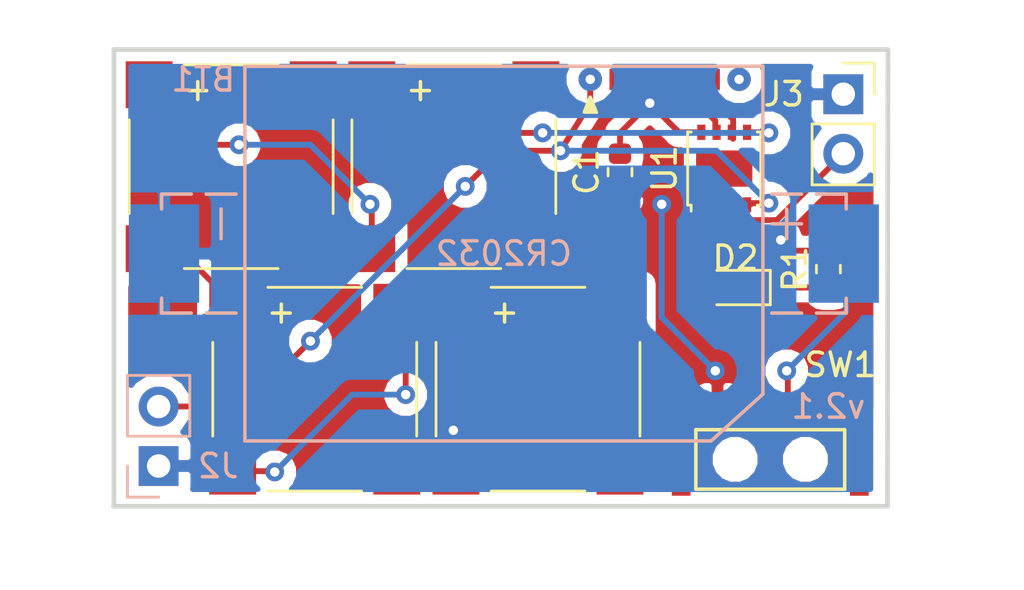
<source format=kicad_pcb>
(kicad_pcb (version 20171130) (host pcbnew "(5.0.2)-1")

  (general
    (thickness 1.6)
    (drawings 5)
    (tracks 81)
    (zones 0)
    (modules 13)
    (nets 16)
  )

  (page A4)
  (layers
    (0 F.Cu signal)
    (31 B.Cu signal)
    (32 B.Adhes user)
    (33 F.Adhes user)
    (34 B.Paste user)
    (35 F.Paste user)
    (36 B.SilkS user)
    (37 F.SilkS user)
    (38 B.Mask user)
    (39 F.Mask user)
    (40 Dwgs.User user)
    (41 Cmts.User user)
    (42 Eco1.User user)
    (43 Eco2.User user)
    (44 Edge.Cuts user)
    (45 Margin user)
    (46 B.CrtYd user)
    (47 F.CrtYd user)
    (48 B.Fab user)
    (49 F.Fab user)
  )

  (setup
    (last_trace_width 0.25)
    (user_trace_width 0.2)
    (user_trace_width 0.25)
    (user_trace_width 0.4)
    (user_trace_width 0.8)
    (trace_clearance 0.2)
    (zone_clearance 0.508)
    (zone_45_only no)
    (trace_min 0.2)
    (segment_width 0.2)
    (edge_width 0.15)
    (via_size 0.8)
    (via_drill 0.4)
    (via_min_size 0.4)
    (via_min_drill 0.3)
    (uvia_size 0.3)
    (uvia_drill 0.1)
    (uvias_allowed no)
    (uvia_min_size 0.2)
    (uvia_min_drill 0.1)
    (pcb_text_width 0.3)
    (pcb_text_size 1.5 1.5)
    (mod_edge_width 0.15)
    (mod_text_size 1 1)
    (mod_text_width 0.15)
    (pad_size 1.524 1.524)
    (pad_drill 0.762)
    (pad_to_mask_clearance 0.051)
    (solder_mask_min_width 0.25)
    (aux_axis_origin 0 0)
    (visible_elements 7FFFFFFF)
    (pcbplotparams
      (layerselection 0x010fc_ffffffff)
      (usegerberextensions false)
      (usegerberattributes false)
      (usegerberadvancedattributes false)
      (creategerberjobfile false)
      (excludeedgelayer true)
      (linewidth 0.100000)
      (plotframeref false)
      (viasonmask false)
      (mode 1)
      (useauxorigin false)
      (hpglpennumber 1)
      (hpglpenspeed 20)
      (hpglpendiameter 15.000000)
      (psnegative false)
      (psa4output false)
      (plotreference true)
      (plotvalue true)
      (plotinvisibletext false)
      (padsonsilk false)
      (subtractmaskfromsilk false)
      (outputformat 1)
      (mirror false)
      (drillshape 0)
      (scaleselection 1)
      (outputdirectory "plots/"))
  )

  (net 0 "")
  (net 1 "Net-(BT1-Pad1)")
  (net 2 -BATT)
  (net 3 /BUZZER)
  (net 4 +BATT)
  (net 5 /VPP)
  (net 6 /ICSPDAT)
  (net 7 /ICSPCLK)
  (net 8 "Net-(J1-Pad6)")
  (net 9 "Net-(SW1-Pad3)")
  (net 10 "Net-(BZ1-Pad2)")
  (net 11 "Net-(D2-Pad1)")
  (net 12 "Net-(D2-Pad2)")
  (net 13 /SLAVE_RESET)
  (net 14 "Net-(BZ2-Pad2)")
  (net 15 "Net-(BZ3-Pad2)")

  (net_class Default "This is the default net class."
    (clearance 0.2)
    (trace_width 0.25)
    (via_dia 0.8)
    (via_drill 0.4)
    (uvia_dia 0.3)
    (uvia_drill 0.1)
    (add_net +BATT)
    (add_net -BATT)
    (add_net /BUZZER)
    (add_net /ICSPCLK)
    (add_net /ICSPDAT)
    (add_net /SLAVE_RESET)
    (add_net /VPP)
    (add_net "Net-(BT1-Pad1)")
    (add_net "Net-(BZ1-Pad2)")
    (add_net "Net-(BZ2-Pad2)")
    (add_net "Net-(BZ3-Pad2)")
    (add_net "Net-(D2-Pad1)")
    (add_net "Net-(D2-Pad2)")
    (add_net "Net-(J1-Pad6)")
    (add_net "Net-(SW1-Pad3)")
  )

  (module lib_fp:BatteryHolder_Q&J-CR2032-BS-6-1 (layer B.Cu) (tedit 5CCE90E5) (tstamp 5CF468AB)
    (at 16.635 8.710001)
    (path /5CCD23F4)
    (fp_text reference BT1 (at -12.825 -7.440001) (layer B.SilkS)
      (effects (font (size 1 1) (thickness 0.15)) (justify mirror))
    )
    (fp_text value CR2032 (at 0 10.16) (layer B.Fab)
      (effects (font (size 1 1) (thickness 0.15)) (justify mirror))
    )
    (fp_line (start -11.05 8) (end -11.05 -8) (layer B.SilkS) (width 0.15))
    (fp_line (start -11.05 -8) (end 11.05 -8) (layer B.SilkS) (width 0.15))
    (fp_line (start -11.05 8) (end 8.84 8) (layer B.SilkS) (width 0.15))
    (fp_line (start 11.05 6) (end 11.05 -8) (layer B.SilkS) (width 0.15))
    (fp_line (start 12.065 -0.635) (end 12.065 -1.905) (layer B.SilkS) (width 0.15))
    (fp_line (start 11.43 -1.27) (end 12.7 -1.27) (layer B.SilkS) (width 0.15))
    (fp_line (start -12.065 -1.905) (end -12.065 -0.635) (layer B.SilkS) (width 0.15))
    (fp_text user CR2032 (at 0 0) (layer B.SilkS)
      (effects (font (size 1 1) (thickness 0.15)) (justify mirror))
    )
    (fp_line (start -11.43 2.54) (end -12.7 2.54) (layer B.SilkS) (width 0.15))
    (fp_line (start -13.335 2.54) (end -14.605 2.54) (layer B.SilkS) (width 0.15))
    (fp_line (start -14.605 2.54) (end -14.605 1.905) (layer B.SilkS) (width 0.15))
    (fp_line (start -14.605 -1.905) (end -14.605 -2.54) (layer B.SilkS) (width 0.15))
    (fp_line (start -14.605 -2.54) (end -13.335 -2.54) (layer B.SilkS) (width 0.15))
    (fp_line (start -12.7 -2.54) (end -11.43 -2.54) (layer B.SilkS) (width 0.15))
    (fp_line (start 11.43 2.54) (end 12.7 2.54) (layer B.SilkS) (width 0.15))
    (fp_line (start 13.335 2.54) (end 14.605 2.54) (layer B.SilkS) (width 0.15))
    (fp_line (start 14.605 2.54) (end 14.605 1.905) (layer B.SilkS) (width 0.15))
    (fp_line (start 11.43 -2.54) (end 12.7 -2.54) (layer B.SilkS) (width 0.15))
    (fp_line (start 13.335 -2.54) (end 14.605 -2.54) (layer B.SilkS) (width 0.15))
    (fp_line (start 14.605 -2.54) (end 14.605 -1.905) (layer B.SilkS) (width 0.15))
    (fp_line (start 8.84 8) (end 11.05 6) (layer B.SilkS) (width 0.15))
    (pad 2 smd rect (at -14.5 0) (size 3 4.2) (layers B.Cu B.Paste B.Mask)
      (net 2 -BATT))
    (pad 1 smd rect (at 14.5 0) (size 3 4.2) (layers B.Cu B.Paste B.Mask)
      (net 1 "Net-(BT1-Pad1)"))
  )

  (module Buzzer_Beeper:PUIAudio_SMT_0825_S_4_R (layer F.Cu) (tedit 5D0DD4B4) (tstamp 5CF468C6)
    (at 14.5 5)
    (descr "SMD 8540, http://www.puiaudio.com/product-detail.aspx?partnumber=SMT-0825-S-4-R")
    (tags "SMD 8540")
    (path /5CCD2050)
    (attr smd)
    (fp_text reference BZ1 (at 0.2 -5.9) (layer F.SilkS) hide
      (effects (font (size 1 1) (thickness 0.15)))
    )
    (fp_text value 16R (at 0.1 6) (layer F.Fab)
      (effects (font (size 1 1) (thickness 0.15)))
    )
    (fp_line (start -4.75 4.75) (end -4.75 -4.75) (layer F.CrtYd) (width 0.05))
    (fp_line (start 4.75 4.75) (end -4.75 4.75) (layer F.CrtYd) (width 0.05))
    (fp_line (start 4.75 -4.75) (end 4.75 4.75) (layer F.CrtYd) (width 0.05))
    (fp_line (start -4.75 -4.75) (end 4.75 -4.75) (layer F.CrtYd) (width 0.05))
    (fp_line (start 4.35 2) (end 4.35 -2) (layer F.SilkS) (width 0.12))
    (fp_line (start -2 4.35) (end 2 4.35) (layer F.SilkS) (width 0.12))
    (fp_line (start -4.35 -2) (end -4.35 2) (layer F.SilkS) (width 0.12))
    (fp_line (start 2 -4.35) (end -2 -4.35) (layer F.SilkS) (width 0.12))
    (fp_line (start -4.25 -2.75) (end -2.75 -4.25) (layer F.Fab) (width 0.1))
    (fp_line (start -4.25 2.75) (end -4.25 -2.75) (layer F.Fab) (width 0.1))
    (fp_line (start -2.75 4.25) (end -4.25 2.75) (layer F.Fab) (width 0.1))
    (fp_line (start 2.75 4.25) (end -2.75 4.25) (layer F.Fab) (width 0.1))
    (fp_line (start 4.25 2.75) (end 2.75 4.25) (layer F.Fab) (width 0.1))
    (fp_line (start 4.25 -2.75) (end 4.25 2.75) (layer F.Fab) (width 0.1))
    (fp_line (start 2.75 -4.25) (end 4.25 -2.75) (layer F.Fab) (width 0.1))
    (fp_line (start -2.75 -4.25) (end 2.75 -4.25) (layer F.Fab) (width 0.1))
    (fp_text user + (at -1.5 -3.25 -90) (layer F.SilkS)
      (effects (font (size 1 1) (thickness 0.15)))
    )
    (fp_text user + (at -2.75 -2.75 -90) (layer F.Fab)
      (effects (font (size 1 1) (thickness 0.15)))
    )
    (fp_text user %R (at 0.1 0.1) (layer F.Fab)
      (effects (font (size 1 1) (thickness 0.15)))
    )
    (pad 4 smd rect (at 3.5 -3.5 270) (size 2 2) (layers F.Cu F.Paste F.Mask))
    (pad 3 smd rect (at 3.5 3.5 270) (size 2 2) (layers F.Cu F.Paste F.Mask))
    (pad 2 smd rect (at -3.5 3.5 270) (size 2 2) (layers F.Cu F.Paste F.Mask)
      (net 10 "Net-(BZ1-Pad2)"))
    (pad 1 smd rect (at -3.5 -3.5 270) (size 2 2) (layers F.Cu F.Paste F.Mask)
      (net 3 /BUZZER))
    (model ${KISYS3DMOD}/Buzzer_Beeper.3dshapes/PUIAudio_SMT_0825_S_4_R.wrl
      (at (xyz 0 0 0))
      (scale (xyz 1 1 1))
      (rotate (xyz 0 0 0))
    )
  )

  (module Capacitor_SMD:C_0603_1608Metric (layer F.Cu) (tedit 5B301BBE) (tstamp 5CF468D7)
    (at 21.59 5.2325 90)
    (descr "Capacitor SMD 0603 (1608 Metric), square (rectangular) end terminal, IPC_7351 nominal, (Body size source: http://www.tortai-tech.com/upload/download/2011102023233369053.pdf), generated with kicad-footprint-generator")
    (tags capacitor)
    (path /5CCD2572)
    (attr smd)
    (fp_text reference C1 (at 0 -1.43 90) (layer F.SilkS)
      (effects (font (size 1 1) (thickness 0.15)))
    )
    (fp_text value 0.1uF (at 0 1.43 90) (layer F.Fab)
      (effects (font (size 1 1) (thickness 0.15)))
    )
    (fp_line (start -0.8 0.4) (end -0.8 -0.4) (layer F.Fab) (width 0.1))
    (fp_line (start -0.8 -0.4) (end 0.8 -0.4) (layer F.Fab) (width 0.1))
    (fp_line (start 0.8 -0.4) (end 0.8 0.4) (layer F.Fab) (width 0.1))
    (fp_line (start 0.8 0.4) (end -0.8 0.4) (layer F.Fab) (width 0.1))
    (fp_line (start -0.162779 -0.51) (end 0.162779 -0.51) (layer F.SilkS) (width 0.12))
    (fp_line (start -0.162779 0.51) (end 0.162779 0.51) (layer F.SilkS) (width 0.12))
    (fp_line (start -1.48 0.73) (end -1.48 -0.73) (layer F.CrtYd) (width 0.05))
    (fp_line (start -1.48 -0.73) (end 1.48 -0.73) (layer F.CrtYd) (width 0.05))
    (fp_line (start 1.48 -0.73) (end 1.48 0.73) (layer F.CrtYd) (width 0.05))
    (fp_line (start 1.48 0.73) (end -1.48 0.73) (layer F.CrtYd) (width 0.05))
    (fp_text user %R (at 0 0 90) (layer F.Fab)
      (effects (font (size 0.4 0.4) (thickness 0.06)))
    )
    (pad 1 smd roundrect (at -0.7875 0 90) (size 0.875 0.95) (layers F.Cu F.Paste F.Mask) (roundrect_rratio 0.25)
      (net 4 +BATT))
    (pad 2 smd roundrect (at 0.7875 0 90) (size 0.875 0.95) (layers F.Cu F.Paste F.Mask) (roundrect_rratio 0.25)
      (net 2 -BATT))
    (model ${KISYS3DMOD}/Capacitor_SMD.3dshapes/C_0603_1608Metric.wrl
      (at (xyz 0 0 0))
      (scale (xyz 1 1 1))
      (rotate (xyz 0 0 0))
    )
  )

  (module LED_SMD:LED_0603_1608Metric (layer F.Cu) (tedit 5B301BBE) (tstamp 5CF479BC)
    (at 26.5175 10.16 180)
    (descr "LED SMD 0603 (1608 Metric), square (rectangular) end terminal, IPC_7351 nominal, (Body size source: http://www.tortai-tech.com/upload/download/2011102023233369053.pdf), generated with kicad-footprint-generator")
    (tags diode)
    (path /5CF3FE21)
    (attr smd)
    (fp_text reference D2 (at 0 1.27 180) (layer F.SilkS)
      (effects (font (size 1 1) (thickness 0.15)))
    )
    (fp_text value LED (at 0 1.43 180) (layer F.Fab)
      (effects (font (size 1 1) (thickness 0.15)))
    )
    (fp_line (start 0.8 -0.4) (end -0.5 -0.4) (layer F.Fab) (width 0.1))
    (fp_line (start -0.5 -0.4) (end -0.8 -0.1) (layer F.Fab) (width 0.1))
    (fp_line (start -0.8 -0.1) (end -0.8 0.4) (layer F.Fab) (width 0.1))
    (fp_line (start -0.8 0.4) (end 0.8 0.4) (layer F.Fab) (width 0.1))
    (fp_line (start 0.8 0.4) (end 0.8 -0.4) (layer F.Fab) (width 0.1))
    (fp_line (start 0.8 -0.735) (end -1.485 -0.735) (layer F.SilkS) (width 0.12))
    (fp_line (start -1.485 -0.735) (end -1.485 0.735) (layer F.SilkS) (width 0.12))
    (fp_line (start -1.485 0.735) (end 0.8 0.735) (layer F.SilkS) (width 0.12))
    (fp_line (start -1.48 0.73) (end -1.48 -0.73) (layer F.CrtYd) (width 0.05))
    (fp_line (start -1.48 -0.73) (end 1.48 -0.73) (layer F.CrtYd) (width 0.05))
    (fp_line (start 1.48 -0.73) (end 1.48 0.73) (layer F.CrtYd) (width 0.05))
    (fp_line (start 1.48 0.73) (end -1.48 0.73) (layer F.CrtYd) (width 0.05))
    (fp_text user %R (at 0 0 180) (layer F.Fab)
      (effects (font (size 0.4 0.4) (thickness 0.06)))
    )
    (pad 1 smd roundrect (at -0.7875 0 180) (size 0.875 0.95) (layers F.Cu F.Paste F.Mask) (roundrect_rratio 0.25)
      (net 11 "Net-(D2-Pad1)"))
    (pad 2 smd roundrect (at 0.7875 0 180) (size 0.875 0.95) (layers F.Cu F.Paste F.Mask) (roundrect_rratio 0.25)
      (net 12 "Net-(D2-Pad2)"))
    (model ${KISYS3DMOD}/LED_SMD.3dshapes/LED_0603_1608Metric.wrl
      (at (xyz 0 0 0))
      (scale (xyz 1 1 1))
      (rotate (xyz 0 0 0))
    )
  )

  (module lib_fp:PIC_ICSP_Pads_01x06 (layer F.Cu) (tedit 5CCEC236) (tstamp 5CF4690D)
    (at 23.876 1.27)
    (path /5CCE96B9)
    (fp_text reference J1 (at 6.096 0) (layer F.SilkS) hide
      (effects (font (size 1 1) (thickness 0.15)))
    )
    (fp_text value Conn_01x06 (at 1.27 -2.54) (layer F.Fab)
      (effects (font (size 1 1) (thickness 0.15)))
    )
    (fp_poly (pts (xy -3.556 0.762) (xy -3.81 1.397) (xy -3.302 1.397)) (layer F.SilkS) (width 0.15))
    (pad 1 thru_hole circle (at -3.556 0) (size 1 1) (drill 0.4) (layers *.Cu *.Mask)
      (net 5 /VPP))
    (pad 2 smd rect (at -2.286 0) (size 0.9 0.9) (layers F.Cu F.Mask)
      (net 4 +BATT))
    (pad 3 smd rect (at -1.016 0) (size 0.9 0.9) (layers F.Cu F.Mask)
      (net 2 -BATT))
    (pad 4 smd rect (at 0.254 0) (size 0.9 0.9) (layers F.Cu F.Mask)
      (net 6 /ICSPDAT))
    (pad 5 smd rect (at 1.524 0) (size 0.9 0.9) (layers F.Cu F.Mask)
      (net 7 /ICSPCLK))
    (pad 6 thru_hole circle (at 2.794 0) (size 1 1) (drill 0.4) (layers *.Cu *.Mask)
      (net 8 "Net-(J1-Pad6)"))
  )

  (module Connector_PinHeader_2.54mm:PinHeader_1x02_P2.54mm_Vertical (layer B.Cu) (tedit 59FED5CC) (tstamp 5D1B74A1)
    (at 1.905 17.78)
    (descr "Through hole straight pin header, 1x02, 2.54mm pitch, single row")
    (tags "Through hole pin header THT 1x02 2.54mm single row")
    (path /5CF42347)
    (fp_text reference J2 (at 2.54 0) (layer B.SilkS)
      (effects (font (size 1 1) (thickness 0.15)) (justify mirror))
    )
    (fp_text value Conn_01x02_Male (at 0 -4.87) (layer B.Fab)
      (effects (font (size 1 1) (thickness 0.15)) (justify mirror))
    )
    (fp_line (start -0.635 1.27) (end 1.27 1.27) (layer B.Fab) (width 0.1))
    (fp_line (start 1.27 1.27) (end 1.27 -3.81) (layer B.Fab) (width 0.1))
    (fp_line (start 1.27 -3.81) (end -1.27 -3.81) (layer B.Fab) (width 0.1))
    (fp_line (start -1.27 -3.81) (end -1.27 0.635) (layer B.Fab) (width 0.1))
    (fp_line (start -1.27 0.635) (end -0.635 1.27) (layer B.Fab) (width 0.1))
    (fp_line (start -1.33 -3.87) (end 1.33 -3.87) (layer B.SilkS) (width 0.12))
    (fp_line (start -1.33 -1.27) (end -1.33 -3.87) (layer B.SilkS) (width 0.12))
    (fp_line (start 1.33 -1.27) (end 1.33 -3.87) (layer B.SilkS) (width 0.12))
    (fp_line (start -1.33 -1.27) (end 1.33 -1.27) (layer B.SilkS) (width 0.12))
    (fp_line (start -1.33 0) (end -1.33 1.33) (layer B.SilkS) (width 0.12))
    (fp_line (start -1.33 1.33) (end 0 1.33) (layer B.SilkS) (width 0.12))
    (fp_line (start -1.8 1.8) (end -1.8 -4.35) (layer B.CrtYd) (width 0.05))
    (fp_line (start -1.8 -4.35) (end 1.8 -4.35) (layer B.CrtYd) (width 0.05))
    (fp_line (start 1.8 -4.35) (end 1.8 1.8) (layer B.CrtYd) (width 0.05))
    (fp_line (start 1.8 1.8) (end -1.8 1.8) (layer B.CrtYd) (width 0.05))
    (fp_text user %R (at 0 -1.27 -90) (layer B.Fab)
      (effects (font (size 1 1) (thickness 0.15)) (justify mirror))
    )
    (pad 1 thru_hole rect (at 0 0) (size 1.7 1.7) (drill 1) (layers *.Cu *.Mask)
      (net 2 -BATT))
    (pad 2 thru_hole oval (at 0 -2.54) (size 1.7 1.7) (drill 1) (layers *.Cu *.Mask)
      (net 5 /VPP))
    (model ${KISYS3DMOD}/Connector_PinHeader_2.54mm.3dshapes/PinHeader_1x02_P2.54mm_Vertical.wrl
      (at (xyz 0 0 0))
      (scale (xyz 1 1 1))
      (rotate (xyz 0 0 0))
    )
  )

  (module Connector_PinSocket_2.54mm:PinSocket_1x02_P2.54mm_Vertical (layer F.Cu) (tedit 5A19A420) (tstamp 5CF46939)
    (at 31.115 1.905)
    (descr "Through hole straight socket strip, 1x02, 2.54mm pitch, single row (from Kicad 4.0.7), script generated")
    (tags "Through hole socket strip THT 1x02 2.54mm single row")
    (path /5CF4A85D)
    (fp_text reference J3 (at -2.54 0) (layer F.SilkS)
      (effects (font (size 1 1) (thickness 0.15)))
    )
    (fp_text value Conn_01x02_Female (at 0 5.31) (layer F.Fab)
      (effects (font (size 1 1) (thickness 0.15)))
    )
    (fp_line (start -1.27 -1.27) (end 0.635 -1.27) (layer F.Fab) (width 0.1))
    (fp_line (start 0.635 -1.27) (end 1.27 -0.635) (layer F.Fab) (width 0.1))
    (fp_line (start 1.27 -0.635) (end 1.27 3.81) (layer F.Fab) (width 0.1))
    (fp_line (start 1.27 3.81) (end -1.27 3.81) (layer F.Fab) (width 0.1))
    (fp_line (start -1.27 3.81) (end -1.27 -1.27) (layer F.Fab) (width 0.1))
    (fp_line (start -1.33 1.27) (end 1.33 1.27) (layer F.SilkS) (width 0.12))
    (fp_line (start -1.33 1.27) (end -1.33 3.87) (layer F.SilkS) (width 0.12))
    (fp_line (start -1.33 3.87) (end 1.33 3.87) (layer F.SilkS) (width 0.12))
    (fp_line (start 1.33 1.27) (end 1.33 3.87) (layer F.SilkS) (width 0.12))
    (fp_line (start 1.33 -1.33) (end 1.33 0) (layer F.SilkS) (width 0.12))
    (fp_line (start 0 -1.33) (end 1.33 -1.33) (layer F.SilkS) (width 0.12))
    (fp_line (start -1.8 -1.8) (end 1.75 -1.8) (layer F.CrtYd) (width 0.05))
    (fp_line (start 1.75 -1.8) (end 1.75 4.3) (layer F.CrtYd) (width 0.05))
    (fp_line (start 1.75 4.3) (end -1.8 4.3) (layer F.CrtYd) (width 0.05))
    (fp_line (start -1.8 4.3) (end -1.8 -1.8) (layer F.CrtYd) (width 0.05))
    (fp_text user %R (at 0 1.27 90) (layer F.Fab)
      (effects (font (size 1 1) (thickness 0.15)))
    )
    (pad 1 thru_hole rect (at 0 0) (size 1.7 1.7) (drill 1) (layers *.Cu *.Mask)
      (net 2 -BATT))
    (pad 2 thru_hole oval (at 0 2.54) (size 1.7 1.7) (drill 1) (layers *.Cu *.Mask)
      (net 13 /SLAVE_RESET))
    (model ${KISYS3DMOD}/Connector_PinSocket_2.54mm.3dshapes/PinSocket_1x02_P2.54mm_Vertical.wrl
      (at (xyz 0 0 0))
      (scale (xyz 1 1 1))
      (rotate (xyz 0 0 0))
    )
  )

  (module Resistor_SMD:R_0603_1608Metric (layer F.Cu) (tedit 5B301BBD) (tstamp 5CF4695F)
    (at 30.48 9.3725 90)
    (descr "Resistor SMD 0603 (1608 Metric), square (rectangular) end terminal, IPC_7351 nominal, (Body size source: http://www.tortai-tech.com/upload/download/2011102023233369053.pdf), generated with kicad-footprint-generator")
    (tags resistor)
    (path /5CF3FF6E)
    (attr smd)
    (fp_text reference R1 (at 0 -1.43 90) (layer F.SilkS)
      (effects (font (size 1 1) (thickness 0.15)))
    )
    (fp_text value 140R (at 0 1.43 90) (layer F.Fab)
      (effects (font (size 1 1) (thickness 0.15)))
    )
    (fp_line (start -0.8 0.4) (end -0.8 -0.4) (layer F.Fab) (width 0.1))
    (fp_line (start -0.8 -0.4) (end 0.8 -0.4) (layer F.Fab) (width 0.1))
    (fp_line (start 0.8 -0.4) (end 0.8 0.4) (layer F.Fab) (width 0.1))
    (fp_line (start 0.8 0.4) (end -0.8 0.4) (layer F.Fab) (width 0.1))
    (fp_line (start -0.162779 -0.51) (end 0.162779 -0.51) (layer F.SilkS) (width 0.12))
    (fp_line (start -0.162779 0.51) (end 0.162779 0.51) (layer F.SilkS) (width 0.12))
    (fp_line (start -1.48 0.73) (end -1.48 -0.73) (layer F.CrtYd) (width 0.05))
    (fp_line (start -1.48 -0.73) (end 1.48 -0.73) (layer F.CrtYd) (width 0.05))
    (fp_line (start 1.48 -0.73) (end 1.48 0.73) (layer F.CrtYd) (width 0.05))
    (fp_line (start 1.48 0.73) (end -1.48 0.73) (layer F.CrtYd) (width 0.05))
    (fp_text user %R (at 0 0 90) (layer F.Fab)
      (effects (font (size 0.4 0.4) (thickness 0.06)))
    )
    (pad 1 smd roundrect (at -0.7875 0 90) (size 0.875 0.95) (layers F.Cu F.Paste F.Mask) (roundrect_rratio 0.25)
      (net 11 "Net-(D2-Pad1)"))
    (pad 2 smd roundrect (at 0.7875 0 90) (size 0.875 0.95) (layers F.Cu F.Paste F.Mask) (roundrect_rratio 0.25)
      (net 2 -BATT))
    (model ${KISYS3DMOD}/Resistor_SMD.3dshapes/R_0603_1608Metric.wrl
      (at (xyz 0 0 0))
      (scale (xyz 1 1 1))
      (rotate (xyz 0 0 0))
    )
  )

  (module Package_DFN_QFN:DFN-8-1EP_3x3mm_P0.65mm_EP1.55x2.4mm (layer F.Cu) (tedit 5BFEA23E) (tstamp 5D1B63B6)
    (at 26.035 5.08 90)
    (descr "8-Lead Plastic Dual Flat, No Lead Package (MF) - 3x3x0.9 mm Body [DFN] (see Microchip Packaging Specification 00000049BS.pdf)")
    (tags "DFN 0.65")
    (path /5CDA31EE)
    (attr smd)
    (fp_text reference U1 (at 0 -2.55 90) (layer F.SilkS)
      (effects (font (size 1 1) (thickness 0.15)))
    )
    (fp_text value PIC12F752 (at 0 2.55 90) (layer F.Fab)
      (effects (font (size 1 1) (thickness 0.15)))
    )
    (fp_line (start 1.75 1.4) (end 2.13 1.4) (layer F.CrtYd) (width 0.05))
    (fp_line (start 1.75 1.75) (end 1.75 1.4) (layer F.CrtYd) (width 0.05))
    (fp_line (start -1.56 -1.41) (end -1.82 -1.41) (layer F.SilkS) (width 0.12))
    (fp_line (start 1.56 1.56) (end 1.56 1.41) (layer F.SilkS) (width 0.12))
    (fp_text user %R (at 0 0 90) (layer F.Fab)
      (effects (font (size 0.7 0.7) (thickness 0.105)))
    )
    (fp_line (start -0.75 -1.5) (end 1.5 -1.5) (layer F.Fab) (width 0.1))
    (fp_line (start 1.5 -1.5) (end 1.5 1.5) (layer F.Fab) (width 0.1))
    (fp_line (start 1.5 1.5) (end -1.5 1.5) (layer F.Fab) (width 0.1))
    (fp_line (start -1.5 1.5) (end -1.5 -0.75) (layer F.Fab) (width 0.1))
    (fp_line (start -1.5 -0.75) (end -0.75 -1.5) (layer F.Fab) (width 0.1))
    (fp_line (start 2.13 -1.4) (end 2.13 1.4) (layer F.CrtYd) (width 0.05))
    (fp_line (start -1.75 1.75) (end 1.75 1.75) (layer F.CrtYd) (width 0.05))
    (fp_line (start -1.56 1.56) (end 1.56 1.56) (layer F.SilkS) (width 0.12))
    (fp_line (start -1.56 -1.56) (end 1.56 -1.56) (layer F.SilkS) (width 0.12))
    (fp_line (start -1.56 1.56) (end -1.56 1.41) (layer F.SilkS) (width 0.12))
    (fp_line (start -1.56 -1.56) (end -1.56 -1.41) (layer F.SilkS) (width 0.12))
    (fp_line (start 1.56 -1.56) (end 1.56 -1.41) (layer F.SilkS) (width 0.12))
    (fp_line (start 1.75 -1.4) (end 2.13 -1.4) (layer F.CrtYd) (width 0.05))
    (fp_line (start 1.75 -1.75) (end 1.75 -1.4) (layer F.CrtYd) (width 0.05))
    (fp_line (start -1.75 -1.75) (end 1.75 -1.75) (layer F.CrtYd) (width 0.05))
    (fp_line (start -1.75 -1.75) (end -1.75 -1.4) (layer F.CrtYd) (width 0.05))
    (fp_line (start -1.75 -1.4) (end -2.13 -1.4) (layer F.CrtYd) (width 0.05))
    (fp_line (start -2.13 -1.4) (end -2.13 1.4) (layer F.CrtYd) (width 0.05))
    (fp_line (start -1.75 1.4) (end -2.13 1.4) (layer F.CrtYd) (width 0.05))
    (fp_line (start -1.75 1.75) (end -1.75 1.4) (layer F.CrtYd) (width 0.05))
    (pad 1 smd rect (at -1.55 -0.975 90) (size 0.65 0.35) (layers F.Cu F.Paste F.Mask)
      (net 4 +BATT))
    (pad 2 smd rect (at -1.55 -0.325 90) (size 0.65 0.35) (layers F.Cu F.Paste F.Mask)
      (net 12 "Net-(D2-Pad2)"))
    (pad 3 smd rect (at -1.55 0.325 90) (size 0.65 0.35) (layers F.Cu F.Paste F.Mask)
      (net 13 /SLAVE_RESET))
    (pad 4 smd rect (at -1.55 0.975 90) (size 0.65 0.35) (layers F.Cu F.Paste F.Mask)
      (net 5 /VPP))
    (pad 5 smd rect (at 1.55 0.975 90) (size 0.65 0.35) (layers F.Cu F.Paste F.Mask)
      (net 3 /BUZZER))
    (pad 6 smd rect (at 1.55 0.325 90) (size 0.65 0.35) (layers F.Cu F.Paste F.Mask)
      (net 7 /ICSPCLK))
    (pad 7 smd rect (at 1.55 -0.325 90) (size 0.65 0.35) (layers F.Cu F.Paste F.Mask)
      (net 6 /ICSPDAT))
    (pad 8 smd rect (at 1.55 -0.975 90) (size 0.65 0.35) (layers F.Cu F.Paste F.Mask)
      (net 2 -BATT))
    (pad "" smd rect (at -0.3875 0.6 90) (size 0.6 1) (layers F.Paste))
    (pad 9 smd rect (at 0 0 90) (size 1.55 2.4) (layers F.Cu F.Mask))
    (pad "" smd rect (at 0.3875 0.6 90) (size 0.6 1) (layers F.Paste))
    (pad "" smd rect (at 0.3875 -0.6 90) (size 0.6 1) (layers F.Paste))
    (pad "" smd rect (at -0.3875 -0.6 90) (size 0.6 1) (layers F.Paste))
    (model ${KISYS3DMOD}/Package_DFN_QFN.3dshapes/DFN-8-1EP_3x3mm_P0.65mm_EP1.55x2.4mm.wrl
      (at (xyz 0 0 0))
      (scale (xyz 1 1 1))
      (rotate (xyz 0 0 0))
    )
  )

  (module Buzzer_Beeper:PUIAudio_SMT_0825_S_4_R (layer F.Cu) (tedit 5D0DD4AE) (tstamp 5D1B5CD2)
    (at 5 5)
    (descr "SMD 8540, http://www.puiaudio.com/product-detail.aspx?partnumber=SMT-0825-S-4-R")
    (tags "SMD 8540")
    (path /5D0DEC43)
    (attr smd)
    (fp_text reference BZ2 (at 0.2 -5.9) (layer F.SilkS) hide
      (effects (font (size 1 1) (thickness 0.15)))
    )
    (fp_text value 16R (at 0.1 6) (layer F.Fab)
      (effects (font (size 1 1) (thickness 0.15)))
    )
    (fp_line (start -4.75 4.75) (end -4.75 -4.75) (layer F.CrtYd) (width 0.05))
    (fp_line (start 4.75 4.75) (end -4.75 4.75) (layer F.CrtYd) (width 0.05))
    (fp_line (start 4.75 -4.75) (end 4.75 4.75) (layer F.CrtYd) (width 0.05))
    (fp_line (start -4.75 -4.75) (end 4.75 -4.75) (layer F.CrtYd) (width 0.05))
    (fp_line (start 4.35 2) (end 4.35 -2) (layer F.SilkS) (width 0.12))
    (fp_line (start -2 4.35) (end 2 4.35) (layer F.SilkS) (width 0.12))
    (fp_line (start -4.35 -2) (end -4.35 2) (layer F.SilkS) (width 0.12))
    (fp_line (start 2 -4.35) (end -2 -4.35) (layer F.SilkS) (width 0.12))
    (fp_line (start -4.25 -2.75) (end -2.75 -4.25) (layer F.Fab) (width 0.1))
    (fp_line (start -4.25 2.75) (end -4.25 -2.75) (layer F.Fab) (width 0.1))
    (fp_line (start -2.75 4.25) (end -4.25 2.75) (layer F.Fab) (width 0.1))
    (fp_line (start 2.75 4.25) (end -2.75 4.25) (layer F.Fab) (width 0.1))
    (fp_line (start 4.25 2.75) (end 2.75 4.25) (layer F.Fab) (width 0.1))
    (fp_line (start 4.25 -2.75) (end 4.25 2.75) (layer F.Fab) (width 0.1))
    (fp_line (start 2.75 -4.25) (end 4.25 -2.75) (layer F.Fab) (width 0.1))
    (fp_line (start -2.75 -4.25) (end 2.75 -4.25) (layer F.Fab) (width 0.1))
    (fp_text user + (at -1.5 -3.25 270) (layer F.SilkS)
      (effects (font (size 1 1) (thickness 0.15)))
    )
    (fp_text user + (at -2.75 -2.75 270) (layer F.Fab)
      (effects (font (size 1 1) (thickness 0.15)))
    )
    (fp_text user %R (at 0.1 0.1) (layer F.Fab)
      (effects (font (size 1 1) (thickness 0.15)))
    )
    (pad 4 smd rect (at 3.5 -3.5 270) (size 2 2) (layers F.Cu F.Paste F.Mask))
    (pad 3 smd rect (at 3.5 3.5 270) (size 2 2) (layers F.Cu F.Paste F.Mask))
    (pad 2 smd rect (at -3.5 3.5 270) (size 2 2) (layers F.Cu F.Paste F.Mask)
      (net 14 "Net-(BZ2-Pad2)"))
    (pad 1 smd rect (at -3.5 -3.5 270) (size 2 2) (layers F.Cu F.Paste F.Mask)
      (net 10 "Net-(BZ1-Pad2)"))
    (model ${KISYS3DMOD}/Buzzer_Beeper.3dshapes/PUIAudio_SMT_0825_S_4_R.wrl
      (at (xyz 0 0 0))
      (scale (xyz 1 1 1))
      (rotate (xyz 0 0 0))
    )
  )

  (module Buzzer_Beeper:PUIAudio_SMT_0825_S_4_R (layer F.Cu) (tedit 5D0DD70E) (tstamp 5D1B5CED)
    (at 8.565 14.5)
    (descr "SMD 8540, http://www.puiaudio.com/product-detail.aspx?partnumber=SMT-0825-S-4-R")
    (tags "SMD 8540")
    (path /5D0DF5F2)
    (attr smd)
    (fp_text reference BZ3 (at 0.2 -5.9) (layer F.SilkS) hide
      (effects (font (size 1 1) (thickness 0.15)))
    )
    (fp_text value 16R (at 0.1 6) (layer F.Fab)
      (effects (font (size 1 1) (thickness 0.15)))
    )
    (fp_text user %R (at 0.1 0.1) (layer F.Fab)
      (effects (font (size 1 1) (thickness 0.15)))
    )
    (fp_text user + (at -2.75 -2.75 270) (layer F.Fab)
      (effects (font (size 1 1) (thickness 0.15)))
    )
    (fp_text user + (at -1.5 -3.25 270) (layer F.SilkS)
      (effects (font (size 1 1) (thickness 0.15)))
    )
    (fp_line (start -2.75 -4.25) (end 2.75 -4.25) (layer F.Fab) (width 0.1))
    (fp_line (start 2.75 -4.25) (end 4.25 -2.75) (layer F.Fab) (width 0.1))
    (fp_line (start 4.25 -2.75) (end 4.25 2.75) (layer F.Fab) (width 0.1))
    (fp_line (start 4.25 2.75) (end 2.75 4.25) (layer F.Fab) (width 0.1))
    (fp_line (start 2.75 4.25) (end -2.75 4.25) (layer F.Fab) (width 0.1))
    (fp_line (start -2.75 4.25) (end -4.25 2.75) (layer F.Fab) (width 0.1))
    (fp_line (start -4.25 2.75) (end -4.25 -2.75) (layer F.Fab) (width 0.1))
    (fp_line (start -4.25 -2.75) (end -2.75 -4.25) (layer F.Fab) (width 0.1))
    (fp_line (start 2 -4.35) (end -2 -4.35) (layer F.SilkS) (width 0.12))
    (fp_line (start -4.35 -2) (end -4.35 2) (layer F.SilkS) (width 0.12))
    (fp_line (start -2 4.35) (end 2 4.35) (layer F.SilkS) (width 0.12))
    (fp_line (start 4.35 2) (end 4.35 -2) (layer F.SilkS) (width 0.12))
    (fp_line (start -4.75 -4.75) (end 4.75 -4.75) (layer F.CrtYd) (width 0.05))
    (fp_line (start 4.75 -4.75) (end 4.75 4.75) (layer F.CrtYd) (width 0.05))
    (fp_line (start 4.75 4.75) (end -4.75 4.75) (layer F.CrtYd) (width 0.05))
    (fp_line (start -4.75 4.75) (end -4.75 -4.75) (layer F.CrtYd) (width 0.05))
    (pad 1 smd rect (at -3.5 -3.5 270) (size 2 2) (layers F.Cu F.Paste F.Mask)
      (net 14 "Net-(BZ2-Pad2)"))
    (pad 2 smd rect (at -3.5 3.5 270) (size 2 2) (layers F.Cu F.Paste F.Mask)
      (net 15 "Net-(BZ3-Pad2)"))
    (pad 3 smd rect (at 3.5 3.5 270) (size 2 2) (layers F.Cu F.Paste F.Mask))
    (pad 4 smd rect (at 3.5 -3.5 270) (size 2 2) (layers F.Cu F.Paste F.Mask))
    (model ${KISYS3DMOD}/Buzzer_Beeper.3dshapes/PUIAudio_SMT_0825_S_4_R.wrl
      (at (xyz 0 0 0))
      (scale (xyz 1 1 1))
      (rotate (xyz 0 0 0))
    )
  )

  (module Buzzer_Beeper:PUIAudio_SMT_0825_S_4_R (layer F.Cu) (tedit 5D0DD708) (tstamp 5D1B5D08)
    (at 18.09 14.5)
    (descr "SMD 8540, http://www.puiaudio.com/product-detail.aspx?partnumber=SMT-0825-S-4-R")
    (tags "SMD 8540")
    (path /5D0E1D4A)
    (attr smd)
    (fp_text reference BZ4 (at 0.2 -5.9) (layer F.SilkS) hide
      (effects (font (size 1 1) (thickness 0.15)))
    )
    (fp_text value 16R (at 0.1 6) (layer F.Fab)
      (effects (font (size 1 1) (thickness 0.15)))
    )
    (fp_line (start -4.75 4.75) (end -4.75 -4.75) (layer F.CrtYd) (width 0.05))
    (fp_line (start 4.75 4.75) (end -4.75 4.75) (layer F.CrtYd) (width 0.05))
    (fp_line (start 4.75 -4.75) (end 4.75 4.75) (layer F.CrtYd) (width 0.05))
    (fp_line (start -4.75 -4.75) (end 4.75 -4.75) (layer F.CrtYd) (width 0.05))
    (fp_line (start 4.35 2) (end 4.35 -2) (layer F.SilkS) (width 0.12))
    (fp_line (start -2 4.35) (end 2 4.35) (layer F.SilkS) (width 0.12))
    (fp_line (start -4.35 -2) (end -4.35 2) (layer F.SilkS) (width 0.12))
    (fp_line (start 2 -4.35) (end -2 -4.35) (layer F.SilkS) (width 0.12))
    (fp_line (start -4.25 -2.75) (end -2.75 -4.25) (layer F.Fab) (width 0.1))
    (fp_line (start -4.25 2.75) (end -4.25 -2.75) (layer F.Fab) (width 0.1))
    (fp_line (start -2.75 4.25) (end -4.25 2.75) (layer F.Fab) (width 0.1))
    (fp_line (start 2.75 4.25) (end -2.75 4.25) (layer F.Fab) (width 0.1))
    (fp_line (start 4.25 2.75) (end 2.75 4.25) (layer F.Fab) (width 0.1))
    (fp_line (start 4.25 -2.75) (end 4.25 2.75) (layer F.Fab) (width 0.1))
    (fp_line (start 2.75 -4.25) (end 4.25 -2.75) (layer F.Fab) (width 0.1))
    (fp_line (start -2.75 -4.25) (end 2.75 -4.25) (layer F.Fab) (width 0.1))
    (fp_text user + (at -1.5 -3.25 270) (layer F.SilkS)
      (effects (font (size 1 1) (thickness 0.15)))
    )
    (fp_text user + (at -2.75 -2.75 270) (layer F.Fab)
      (effects (font (size 1 1) (thickness 0.15)))
    )
    (fp_text user %R (at 0.1 0.1) (layer F.Fab)
      (effects (font (size 1 1) (thickness 0.15)))
    )
    (pad 4 smd rect (at 3.5 -3.5 270) (size 2 2) (layers F.Cu F.Paste F.Mask))
    (pad 3 smd rect (at 3.5 3.5 270) (size 2 2) (layers F.Cu F.Paste F.Mask))
    (pad 2 smd rect (at -3.5 3.5 270) (size 2 2) (layers F.Cu F.Paste F.Mask)
      (net 2 -BATT))
    (pad 1 smd rect (at -3.5 -3.5 270) (size 2 2) (layers F.Cu F.Paste F.Mask)
      (net 15 "Net-(BZ3-Pad2)"))
    (model ${KISYS3DMOD}/Buzzer_Beeper.3dshapes/PUIAudio_SMT_0825_S_4_R.wrl
      (at (xyz 0 0 0))
      (scale (xyz 1 1 1))
      (rotate (xyz 0 0 0))
    )
  )

  (module lib_fp:SW_SPDT_SK3296 (layer F.Cu) (tedit 5D0DC721) (tstamp 5D1B6125)
    (at 28 17.5 180)
    (path /5CCE5A60)
    (fp_text reference SW1 (at -2.988 4.038 180) (layer F.SilkS)
      (effects (font (size 1 1) (thickness 0.15)))
    )
    (fp_text value SW_SPDT (at 0 -4.75 180) (layer F.Fab)
      (effects (font (size 1 1) (thickness 0.15)))
    )
    (fp_line (start -3.175 -1.27) (end -3.175 1.27) (layer F.SilkS) (width 0.15))
    (fp_line (start -3.175 1.27) (end 3.175 1.27) (layer F.SilkS) (width 0.15))
    (fp_line (start 3.175 1.27) (end 3.175 -1.27) (layer F.SilkS) (width 0.15))
    (fp_line (start 3.175 -1.27) (end -3.175 -1.27) (layer F.SilkS) (width 0.15))
    (pad "" np_thru_hole circle (at 1.5 0 180) (size 0.9 0.9) (drill 0.9) (layers *.Cu *.Mask))
    (pad "" np_thru_hole circle (at -1.5 0 180) (size 0.9 0.9) (drill 0.9) (layers *.Cu *.Mask))
    (pad 3 smd rect (at -2.25 2.125 180) (size 0.9 1.25) (layers F.Cu F.Paste F.Mask)
      (net 9 "Net-(SW1-Pad3)"))
    (pad 2 smd rect (at -0.75 2.125 180) (size 0.9 1.25) (layers F.Cu F.Paste F.Mask)
      (net 1 "Net-(BT1-Pad1)"))
    (pad 1 smd rect (at 2.25 2.125 180) (size 0.9 1.25) (layers F.Cu F.Paste F.Mask)
      (net 4 +BATT))
    (pad ~ smd rect (at 3.8 -1.1 180) (size 0.8 0.9) (layers F.Cu F.Paste F.Mask))
    (pad ~ smd rect (at -3.8 -1.1 180) (size 0.8 0.9) (layers F.Cu F.Paste F.Mask))
    (pad ~ smd rect (at 3.8 1.1 180) (size 0.8 0.9) (layers F.Cu F.Paste F.Mask))
    (pad ~ smd rect (at -3.8 1.1 180) (size 0.8 0.9) (layers F.Cu F.Paste F.Mask))
  )

  (gr_text v2.1 (at 30.48 15.24) (layer B.SilkS)
    (effects (font (size 1 1) (thickness 0.15)) (justify mirror))
  )
  (gr_line (start 33 19.5) (end -0.02 19.5) (layer Edge.Cuts) (width 0.2))
  (gr_line (start 33.02 0) (end 33 19.5) (layer Edge.Cuts) (width 0.2))
  (gr_line (start 0 0) (end 33.02 0) (layer Edge.Cuts) (width 0.2))
  (gr_line (start 0 19.5) (end 0 0) (layer Edge.Cuts) (width 0.2))

  (via (at 28.702 13.716) (size 0.8) (drill 0.4) (layers F.Cu B.Cu) (net 1))
  (segment (start 28.75 15.375) (end 28.75 13.764) (width 0.25) (layer F.Cu) (net 1))
  (segment (start 28.75 13.764) (end 28.702 13.716) (width 0.25) (layer F.Cu) (net 1))
  (segment (start 28.702 13.716) (end 31.242 11.176) (width 0.25) (layer B.Cu) (net 1))
  (segment (start 31.242 11.176) (end 31.242 8.89) (width 0.25) (layer B.Cu) (net 1))
  (via (at 22.86 2.286) (size 0.8) (drill 0.4) (layers F.Cu B.Cu) (net 2))
  (segment (start 22.86 1.27) (end 22.86 2.286) (width 0.25) (layer F.Cu) (net 2))
  (segment (start 21.59 3.556) (end 22.86 2.286) (width 0.25) (layer F.Cu) (net 2))
  (segment (start 21.59 4.445) (end 21.59 3.556) (width 0.25) (layer F.Cu) (net 2))
  (segment (start 24.104 3.53) (end 22.86 2.286) (width 0.25) (layer F.Cu) (net 2))
  (segment (start 25.06 3.53) (end 24.104 3.53) (width 0.25) (layer F.Cu) (net 2))
  (via (at 28.448 8.128) (size 0.8) (drill 0.4) (layers F.Cu B.Cu) (net 2))
  (segment (start 30.48 8.585) (end 28.905 8.585) (width 0.25) (layer F.Cu) (net 2))
  (segment (start 28.905 8.585) (end 28.448 8.128) (width 0.25) (layer F.Cu) (net 2))
  (via (at 14.478 16.256) (size 0.8) (drill 0.4) (layers F.Cu B.Cu) (net 2))
  (segment (start 14.59 18) (end 14.59 16.368) (width 0.25) (layer F.Cu) (net 2))
  (segment (start 14.59 16.368) (end 14.478 16.256) (width 0.25) (layer F.Cu) (net 2))
  (via (at 27.94 3.556) (size 0.8) (drill 0.4) (layers F.Cu B.Cu) (net 3))
  (segment (start 27.01 3.53) (end 27.914 3.53) (width 0.25) (layer F.Cu) (net 3))
  (segment (start 27.914 3.53) (end 27.94 3.556) (width 0.25) (layer F.Cu) (net 3))
  (via (at 18.288 3.556) (size 0.8) (drill 0.4) (layers F.Cu B.Cu) (net 3))
  (segment (start 13.208 3.556) (end 11.176 1.524) (width 0.25) (layer F.Cu) (net 3))
  (segment (start 18.288 3.556) (end 13.208 3.556) (width 0.25) (layer F.Cu) (net 3))
  (segment (start 27.94 3.556) (end 18.288 3.556) (width 0.25) (layer B.Cu) (net 3))
  (via (at 25.654 13.716) (size 0.8) (drill 0.4) (layers F.Cu B.Cu) (net 4))
  (segment (start 25.75 15.375) (end 25.75 13.812) (width 0.25) (layer F.Cu) (net 4))
  (segment (start 25.75 13.812) (end 25.654 13.716) (width 0.25) (layer F.Cu) (net 4))
  (via (at 23.368 6.604) (size 0.8) (drill 0.4) (layers F.Cu B.Cu) (net 4))
  (segment (start 25.654 13.716) (end 23.368 11.43) (width 0.25) (layer B.Cu) (net 4))
  (segment (start 23.368 11.43) (end 23.368 6.604) (width 0.25) (layer B.Cu) (net 4))
  (segment (start 23.368 6.604) (end 24.892 6.604) (width 0.25) (layer F.Cu) (net 4))
  (segment (start 22.784 6.02) (end 23.368 6.604) (width 0.25) (layer F.Cu) (net 4))
  (segment (start 21.59 6.02) (end 22.784 6.02) (width 0.25) (layer F.Cu) (net 4))
  (via (at 27.94 6.554991) (size 0.8) (drill 0.4) (layers F.Cu B.Cu) (net 5))
  (segment (start 27.227009 6.554991) (end 27.374315 6.554991) (width 0.25) (layer F.Cu) (net 5))
  (segment (start 27.374315 6.554991) (end 27.94 6.554991) (width 0.25) (layer F.Cu) (net 5))
  (segment (start 27.178 6.604) (end 27.227009 6.554991) (width 0.25) (layer F.Cu) (net 5))
  (via (at 8.382 12.446) (size 0.8) (drill 0.4) (layers F.Cu B.Cu) (net 5))
  (segment (start 19.05 4.318) (end 16.51 4.318) (width 0.25) (layer F.Cu) (net 5))
  (segment (start 16.51 4.318) (end 14.986 5.842) (width 0.25) (layer F.Cu) (net 5))
  (segment (start 8.382 12.446) (end 14.986 5.842) (width 0.25) (layer B.Cu) (net 5))
  (via (at 14.986 5.842) (size 0.8) (drill 0.4) (layers F.Cu B.Cu) (net 5))
  (segment (start 19.05 4.318) (end 25.703009 4.318) (width 0.25) (layer B.Cu) (net 5))
  (segment (start 25.703009 4.318) (end 27.540001 6.154992) (width 0.25) (layer B.Cu) (net 5))
  (segment (start 27.540001 6.154992) (end 27.94 6.554991) (width 0.25) (layer B.Cu) (net 5))
  (via (at 19.05 4.318) (size 0.8) (drill 0.4) (layers F.Cu B.Cu) (net 5))
  (segment (start 20.32 2.286) (end 20.32 1.27) (width 0.25) (layer F.Cu) (net 5))
  (segment (start 19.05 4.318) (end 20.32 2.286) (width 0.25) (layer F.Cu) (net 5))
  (segment (start 5.588 15.24) (end 8.382 12.446) (width 0.25) (layer F.Cu) (net 5))
  (segment (start 1.905 15.24) (end 5.588 15.24) (width 0.25) (layer F.Cu) (net 5))
  (segment (start 24.13 1.514998) (end 25.654 3.038998) (width 0.25) (layer F.Cu) (net 6))
  (segment (start 24.13 1.27) (end 24.13 1.514998) (width 0.25) (layer F.Cu) (net 6))
  (segment (start 25.654 3.038998) (end 25.654 3.556) (width 0.25) (layer F.Cu) (net 6))
  (segment (start 25.4 1.97) (end 26.416 2.986) (width 0.25) (layer F.Cu) (net 7))
  (segment (start 25.4 1.27) (end 25.4 1.97) (width 0.25) (layer F.Cu) (net 7))
  (segment (start 26.416 2.986) (end 26.416 3.81) (width 0.25) (layer F.Cu) (net 7))
  (via (at 10.922 6.604) (size 0.8) (drill 0.4) (layers F.Cu B.Cu) (net 10))
  (segment (start 11 8.5) (end 11 6.682) (width 0.25) (layer F.Cu) (net 10))
  (segment (start 11 6.682) (end 10.922 6.604) (width 0.25) (layer F.Cu) (net 10))
  (via (at 5.334 4.064) (size 0.8) (drill 0.4) (layers F.Cu B.Cu) (net 10))
  (segment (start 10.922 6.604) (end 8.382 4.064) (width 0.25) (layer B.Cu) (net 10))
  (segment (start 8.382 4.064) (end 5.334 4.064) (width 0.25) (layer B.Cu) (net 10))
  (segment (start 5.334 4.064) (end 4.064 4.064) (width 0.25) (layer F.Cu) (net 10))
  (segment (start 4.064 4.064) (end 1.524 1.524) (width 0.25) (layer F.Cu) (net 10))
  (segment (start 27.305 10.16) (end 30.48 10.16) (width 0.25) (layer F.Cu) (net 11))
  (segment (start 25.71 6.63) (end 25.71 10.104) (width 0.25) (layer F.Cu) (net 12))
  (segment (start 26.435001 7.280001) (end 28.279999 7.280001) (width 0.25) (layer F.Cu) (net 13))
  (segment (start 26.36 7.205) (end 26.435001 7.280001) (width 0.25) (layer F.Cu) (net 13))
  (segment (start 26.36 6.63) (end 26.36 7.205) (width 0.25) (layer F.Cu) (net 13))
  (segment (start 28.279999 7.280001) (end 31.242 4.318) (width 0.25) (layer F.Cu) (net 13))
  (segment (start 2.75 8.5) (end 4.826 10.576) (width 0.25) (layer F.Cu) (net 14))
  (segment (start 1.5 8.5) (end 2.75 8.5) (width 0.25) (layer F.Cu) (net 14))
  (segment (start 4.826 10.576) (end 4.826 10.922) (width 0.25) (layer F.Cu) (net 14))
  (via (at 6.858 18.034) (size 0.8) (drill 0.4) (layers F.Cu B.Cu) (net 15))
  (segment (start 5.065 18) (end 6.824 18) (width 0.25) (layer F.Cu) (net 15))
  (segment (start 6.824 18) (end 6.858 18.034) (width 0.25) (layer F.Cu) (net 15))
  (via (at 12.446 14.732) (size 0.8) (drill 0.4) (layers F.Cu B.Cu) (net 15))
  (segment (start 6.858 18.034) (end 10.16 14.732) (width 0.25) (layer B.Cu) (net 15))
  (segment (start 10.16 14.732) (end 12.446 14.732) (width 0.25) (layer B.Cu) (net 15))
  (segment (start 12.446 14.732) (end 12.446 13.208) (width 0.25) (layer F.Cu) (net 15))
  (segment (start 12.446 13.208) (end 14.478 11.176) (width 0.25) (layer F.Cu) (net 15))

  (zone (net 2) (net_name -BATT) (layer B.Cu) (tstamp 5CF49BEE) (hatch edge 0.508)
    (connect_pads (clearance 0.508))
    (min_thickness 0.254)
    (fill yes (arc_segments 16) (thermal_gap 0.508) (thermal_bridge_width 0.508))
    (polygon
      (pts
        (xy 0 0) (xy 0 19.5) (xy 33.02 19.5) (xy 33.02 0)
      )
    )
    (filled_polygon
      (pts
        (xy 19.185 1.044234) (xy 19.185 1.495766) (xy 19.357793 1.912926) (xy 19.677074 2.232207) (xy 20.094234 2.405)
        (xy 20.545766 2.405) (xy 20.962926 2.232207) (xy 21.282207 1.912926) (xy 21.455 1.495766) (xy 21.455 1.044234)
        (xy 21.326911 0.735) (xy 25.663089 0.735) (xy 25.535 1.044234) (xy 25.535 1.495766) (xy 25.707793 1.912926)
        (xy 26.027074 2.232207) (xy 26.444234 2.405) (xy 26.895766 2.405) (xy 27.312926 2.232207) (xy 27.632207 1.912926)
        (xy 27.805 1.495766) (xy 27.805 1.044234) (xy 27.676911 0.735) (xy 29.710229 0.735) (xy 29.63 0.92869)
        (xy 29.63 1.61925) (xy 29.78875 1.778) (xy 30.988 1.778) (xy 30.988 1.758) (xy 31.242 1.758)
        (xy 31.242 1.778) (xy 31.262 1.778) (xy 31.262 2.032) (xy 31.242 2.032) (xy 31.242 2.052)
        (xy 30.988 2.052) (xy 30.988 2.032) (xy 29.78875 2.032) (xy 29.63 2.19075) (xy 29.63 2.88131)
        (xy 29.726673 3.114699) (xy 29.905302 3.293327) (xy 30.066033 3.359904) (xy 30.044375 3.374375) (xy 29.716161 3.865582)
        (xy 29.600908 4.445) (xy 29.716161 5.024418) (xy 30.044375 5.515625) (xy 30.535582 5.843839) (xy 30.968744 5.93)
        (xy 31.261256 5.93) (xy 31.694418 5.843839) (xy 32.185625 5.515625) (xy 32.279487 5.37515) (xy 32.278885 5.962561)
        (xy 29.635 5.962561) (xy 29.387235 6.011844) (xy 29.177191 6.152192) (xy 29.036843 6.362236) (xy 28.98756 6.610001)
        (xy 28.98756 10.810001) (xy 29.036843 11.057766) (xy 29.177191 11.26781) (xy 29.387235 11.408158) (xy 29.635 11.457441)
        (xy 29.885757 11.457441) (xy 28.662199 12.681) (xy 28.496126 12.681) (xy 28.11572 12.838569) (xy 27.824569 13.12972)
        (xy 27.667 13.510126) (xy 27.667 13.921874) (xy 27.824569 14.30228) (xy 28.11572 14.593431) (xy 28.496126 14.751)
        (xy 28.907874 14.751) (xy 29.28828 14.593431) (xy 29.579431 14.30228) (xy 29.737 13.921874) (xy 29.737 13.755801)
        (xy 31.726476 11.766327) (xy 31.789929 11.723929) (xy 31.832327 11.660476) (xy 31.832329 11.660474) (xy 31.957903 11.472538)
        (xy 31.957904 11.472537) (xy 31.960907 11.457441) (xy 32.273249 11.457441) (xy 32.265754 18.765) (xy 7.590711 18.765)
        (xy 7.735431 18.62028) (xy 7.893 18.239874) (xy 7.893 18.073801) (xy 8.682621 17.28418) (xy 25.415 17.28418)
        (xy 25.415 17.71582) (xy 25.580182 18.114603) (xy 25.885397 18.419818) (xy 26.28418 18.585) (xy 26.71582 18.585)
        (xy 27.114603 18.419818) (xy 27.419818 18.114603) (xy 27.585 17.71582) (xy 27.585 17.28418) (xy 28.415 17.28418)
        (xy 28.415 17.71582) (xy 28.580182 18.114603) (xy 28.885397 18.419818) (xy 29.28418 18.585) (xy 29.71582 18.585)
        (xy 30.114603 18.419818) (xy 30.419818 18.114603) (xy 30.585 17.71582) (xy 30.585 17.28418) (xy 30.419818 16.885397)
        (xy 30.114603 16.580182) (xy 29.71582 16.415) (xy 29.28418 16.415) (xy 28.885397 16.580182) (xy 28.580182 16.885397)
        (xy 28.415 17.28418) (xy 27.585 17.28418) (xy 27.419818 16.885397) (xy 27.114603 16.580182) (xy 26.71582 16.415)
        (xy 26.28418 16.415) (xy 25.885397 16.580182) (xy 25.580182 16.885397) (xy 25.415 17.28418) (xy 8.682621 17.28418)
        (xy 10.474802 15.492) (xy 11.742289 15.492) (xy 11.85972 15.609431) (xy 12.240126 15.767) (xy 12.651874 15.767)
        (xy 13.03228 15.609431) (xy 13.323431 15.31828) (xy 13.481 14.937874) (xy 13.481 14.526126) (xy 13.323431 14.14572)
        (xy 13.03228 13.854569) (xy 12.651874 13.697) (xy 12.240126 13.697) (xy 11.85972 13.854569) (xy 11.742289 13.972)
        (xy 10.234846 13.972) (xy 10.159999 13.957112) (xy 10.085152 13.972) (xy 10.085148 13.972) (xy 9.863463 14.016096)
        (xy 9.612071 14.184071) (xy 9.569671 14.247527) (xy 6.818199 16.999) (xy 6.652126 16.999) (xy 6.27172 17.156569)
        (xy 5.980569 17.44772) (xy 5.823 17.828126) (xy 5.823 18.239874) (xy 5.980569 18.62028) (xy 6.125289 18.765)
        (xy 3.3864 18.765) (xy 3.39 18.75631) (xy 3.39 18.06575) (xy 3.23125 17.907) (xy 2.032 17.907)
        (xy 2.032 17.927) (xy 1.778 17.927) (xy 1.778 17.907) (xy 1.758 17.907) (xy 1.758 17.653)
        (xy 1.778 17.653) (xy 1.778 17.633) (xy 2.032 17.633) (xy 2.032 17.653) (xy 3.23125 17.653)
        (xy 3.39 17.49425) (xy 3.39 16.80369) (xy 3.293327 16.570301) (xy 3.114698 16.391673) (xy 2.953967 16.325096)
        (xy 2.975625 16.310625) (xy 3.303839 15.819418) (xy 3.419092 15.24) (xy 3.303839 14.660582) (xy 2.975625 14.169375)
        (xy 2.484418 13.841161) (xy 2.051256 13.755) (xy 1.758744 13.755) (xy 1.325582 13.841161) (xy 0.834375 14.169375)
        (xy 0.735 14.3181) (xy 0.735 12.240126) (xy 7.347 12.240126) (xy 7.347 12.651874) (xy 7.504569 13.03228)
        (xy 7.79572 13.323431) (xy 8.176126 13.481) (xy 8.587874 13.481) (xy 8.96828 13.323431) (xy 9.259431 13.03228)
        (xy 9.417 12.651874) (xy 9.417 12.485801) (xy 15.025803 6.877) (xy 15.191874 6.877) (xy 15.57228 6.719431)
        (xy 15.863431 6.42828) (xy 15.875921 6.398126) (xy 22.333 6.398126) (xy 22.333 6.809874) (xy 22.490569 7.19028)
        (xy 22.608001 7.307712) (xy 22.608 11.355153) (xy 22.593112 11.43) (xy 22.608 11.504847) (xy 22.608 11.504851)
        (xy 22.652096 11.726536) (xy 22.820071 11.977929) (xy 22.88353 12.020331) (xy 24.619 13.755802) (xy 24.619 13.921874)
        (xy 24.776569 14.30228) (xy 25.06772 14.593431) (xy 25.448126 14.751) (xy 25.859874 14.751) (xy 26.24028 14.593431)
        (xy 26.531431 14.30228) (xy 26.689 13.921874) (xy 26.689 13.510126) (xy 26.531431 13.12972) (xy 26.24028 12.838569)
        (xy 25.859874 12.681) (xy 25.693802 12.681) (xy 24.128 11.115199) (xy 24.128 7.307711) (xy 24.245431 7.19028)
        (xy 24.403 6.809874) (xy 24.403 6.398126) (xy 24.245431 6.01772) (xy 23.95428 5.726569) (xy 23.573874 5.569)
        (xy 23.162126 5.569) (xy 22.78172 5.726569) (xy 22.490569 6.01772) (xy 22.333 6.398126) (xy 15.875921 6.398126)
        (xy 16.021 6.047874) (xy 16.021 5.636126) (xy 15.863431 5.25572) (xy 15.57228 4.964569) (xy 15.191874 4.807)
        (xy 14.780126 4.807) (xy 14.39972 4.964569) (xy 14.108569 5.25572) (xy 13.951 5.636126) (xy 13.951 5.802197)
        (xy 8.342199 11.411) (xy 8.176126 11.411) (xy 7.79572 11.568569) (xy 7.504569 11.85972) (xy 7.347 12.240126)
        (xy 0.735 12.240126) (xy 0.735 11.445001) (xy 1.84925 11.445001) (xy 2.008 11.286251) (xy 2.008 8.837001)
        (xy 2.262 8.837001) (xy 2.262 11.286251) (xy 2.42075 11.445001) (xy 3.761309 11.445001) (xy 3.994698 11.348328)
        (xy 4.173327 11.1697) (xy 4.27 10.936311) (xy 4.27 8.995751) (xy 4.11125 8.837001) (xy 2.262 8.837001)
        (xy 2.008 8.837001) (xy 1.988 8.837001) (xy 1.988 8.583001) (xy 2.008 8.583001) (xy 2.008 6.133751)
        (xy 2.262 6.133751) (xy 2.262 8.583001) (xy 4.11125 8.583001) (xy 4.27 8.424251) (xy 4.27 6.483691)
        (xy 4.173327 6.250302) (xy 3.994698 6.071674) (xy 3.761309 5.975001) (xy 2.42075 5.975001) (xy 2.262 6.133751)
        (xy 2.008 6.133751) (xy 1.84925 5.975001) (xy 0.735 5.975001) (xy 0.735 3.858126) (xy 4.299 3.858126)
        (xy 4.299 4.269874) (xy 4.456569 4.65028) (xy 4.74772 4.941431) (xy 5.128126 5.099) (xy 5.539874 5.099)
        (xy 5.92028 4.941431) (xy 6.037711 4.824) (xy 8.067199 4.824) (xy 9.887 6.643803) (xy 9.887 6.809874)
        (xy 10.044569 7.19028) (xy 10.33572 7.481431) (xy 10.716126 7.639) (xy 11.127874 7.639) (xy 11.50828 7.481431)
        (xy 11.799431 7.19028) (xy 11.957 6.809874) (xy 11.957 6.398126) (xy 11.799431 6.01772) (xy 11.50828 5.726569)
        (xy 11.127874 5.569) (xy 10.961803 5.569) (xy 8.972331 3.57953) (xy 8.929929 3.516071) (xy 8.681576 3.350126)
        (xy 17.253 3.350126) (xy 17.253 3.761874) (xy 17.410569 4.14228) (xy 17.70172 4.433431) (xy 18.034661 4.571339)
        (xy 18.172569 4.90428) (xy 18.46372 5.195431) (xy 18.844126 5.353) (xy 19.255874 5.353) (xy 19.63628 5.195431)
        (xy 19.753711 5.078) (xy 25.388208 5.078) (xy 26.905 6.594793) (xy 26.905 6.760865) (xy 27.062569 7.141271)
        (xy 27.35372 7.432422) (xy 27.734126 7.589991) (xy 28.145874 7.589991) (xy 28.52628 7.432422) (xy 28.817431 7.141271)
        (xy 28.975 6.760865) (xy 28.975 6.349117) (xy 28.817431 5.968711) (xy 28.52628 5.67756) (xy 28.145874 5.519991)
        (xy 27.979802 5.519991) (xy 26.77581 4.316) (xy 27.236289 4.316) (xy 27.35372 4.433431) (xy 27.734126 4.591)
        (xy 28.145874 4.591) (xy 28.52628 4.433431) (xy 28.817431 4.14228) (xy 28.975 3.761874) (xy 28.975 3.350126)
        (xy 28.817431 2.96972) (xy 28.52628 2.678569) (xy 28.145874 2.521) (xy 27.734126 2.521) (xy 27.35372 2.678569)
        (xy 27.236289 2.796) (xy 18.991711 2.796) (xy 18.87428 2.678569) (xy 18.493874 2.521) (xy 18.082126 2.521)
        (xy 17.70172 2.678569) (xy 17.410569 2.96972) (xy 17.253 3.350126) (xy 8.681576 3.350126) (xy 8.678537 3.348096)
        (xy 8.456852 3.304) (xy 8.456847 3.304) (xy 8.382 3.289112) (xy 8.307153 3.304) (xy 6.037711 3.304)
        (xy 5.92028 3.186569) (xy 5.539874 3.029) (xy 5.128126 3.029) (xy 4.74772 3.186569) (xy 4.456569 3.47772)
        (xy 4.299 3.858126) (xy 0.735 3.858126) (xy 0.735 0.735) (xy 19.313089 0.735)
      )
    )
  )
  (zone (net 4) (net_name +BATT) (layer F.Cu) (tstamp 5D1B6543) (hatch edge 0.508)
    (connect_pads (clearance 0.508))
    (min_thickness 0.254)
    (fill yes (arc_segments 16) (thermal_gap 0.508) (thermal_bridge_width 0.508))
    (polygon
      (pts
        (xy 0 0.058) (xy 0 19.558) (xy 33.02 19.558) (xy 33.02 0.058)
      )
    )
    (filled_polygon
      (pts
        (xy 6.85256 2.5) (xy 6.901843 2.747765) (xy 7.042191 2.957809) (xy 7.252235 3.098157) (xy 7.5 3.14744)
        (xy 9.5 3.14744) (xy 9.747765 3.098157) (xy 9.75 3.096664) (xy 9.752235 3.098157) (xy 10 3.14744)
        (xy 11.724638 3.14744) (xy 12.617671 4.040473) (xy 12.660071 4.103929) (xy 12.911463 4.271904) (xy 13.133148 4.316)
        (xy 13.133153 4.316) (xy 13.208 4.330888) (xy 13.282847 4.316) (xy 15.437198 4.316) (xy 14.946198 4.807)
        (xy 14.780126 4.807) (xy 14.39972 4.964569) (xy 14.108569 5.25572) (xy 13.951 5.636126) (xy 13.951 6.047874)
        (xy 14.108569 6.42828) (xy 14.39972 6.719431) (xy 14.780126 6.877) (xy 15.191874 6.877) (xy 15.57228 6.719431)
        (xy 15.863431 6.42828) (xy 15.914184 6.30575) (xy 20.48 6.30575) (xy 20.48 6.583809) (xy 20.576673 6.817198)
        (xy 20.755301 6.995827) (xy 20.98869 7.0925) (xy 21.30425 7.0925) (xy 21.463 6.93375) (xy 21.463 6.147)
        (xy 21.717 6.147) (xy 21.717 6.93375) (xy 21.87575 7.0925) (xy 22.19131 7.0925) (xy 22.424699 6.995827)
        (xy 22.603327 6.817198) (xy 22.7 6.583809) (xy 22.7 6.30575) (xy 22.54125 6.147) (xy 21.717 6.147)
        (xy 21.463 6.147) (xy 20.63875 6.147) (xy 20.48 6.30575) (xy 15.914184 6.30575) (xy 16.021 6.047874)
        (xy 16.021 5.881802) (xy 16.824803 5.078) (xy 18.346289 5.078) (xy 18.46372 5.195431) (xy 18.844126 5.353)
        (xy 19.255874 5.353) (xy 19.63628 5.195431) (xy 19.927431 4.90428) (xy 20.085 4.523874) (xy 20.085 4.112126)
        (xy 20.080974 4.102406) (xy 20.958363 2.698585) (xy 21.035904 2.582537) (xy 21.053069 2.49624) (xy 21.084249 2.413966)
        (xy 21.082453 2.355) (xy 21.30425 2.355) (xy 21.463 2.19625) (xy 21.463 1.397) (xy 21.455 1.397)
        (xy 21.455 1.143) (xy 21.463 1.143) (xy 21.463 1.123) (xy 21.717 1.123) (xy 21.717 1.143)
        (xy 21.737 1.143) (xy 21.737 1.397) (xy 21.717 1.397) (xy 21.717 2.19625) (xy 21.795974 2.275224)
        (xy 21.105528 2.965671) (xy 21.042072 3.008071) (xy 20.999672 3.071527) (xy 20.999671 3.071528) (xy 20.922803 3.186569)
        (xy 20.874097 3.259463) (xy 20.858966 3.335534) (xy 20.816247 3.550293) (xy 20.721261 3.613761) (xy 20.533495 3.894773)
        (xy 20.46756 4.22625) (xy 20.46756 4.66375) (xy 20.533495 4.995227) (xy 20.641943 5.157531) (xy 20.576673 5.222802)
        (xy 20.48 5.456191) (xy 20.48 5.73425) (xy 20.63875 5.893) (xy 21.463 5.893) (xy 21.463 5.873)
        (xy 21.717 5.873) (xy 21.717 5.893) (xy 22.54125 5.893) (xy 22.7 5.73425) (xy 22.7 5.456191)
        (xy 22.603327 5.222802) (xy 22.538057 5.157531) (xy 22.646505 4.995227) (xy 22.71244 4.66375) (xy 22.71244 4.22625)
        (xy 22.646505 3.894773) (xy 22.51814 3.702661) (xy 22.86 3.360802) (xy 23.51367 4.014472) (xy 23.556071 4.077929)
        (xy 23.619527 4.120329) (xy 23.807462 4.245904) (xy 23.855605 4.25548) (xy 24.029148 4.29) (xy 24.029152 4.29)
        (xy 24.104 4.304888) (xy 24.178848 4.29) (xy 24.190544 4.29) (xy 24.18756 4.305) (xy 24.18756 5.855)
        (xy 24.236843 6.102765) (xy 24.264379 6.143976) (xy 24.25 6.178691) (xy 24.25 6.34425) (xy 24.40875 6.503)
        (xy 24.88756 6.503) (xy 24.88756 6.757) (xy 24.40875 6.757) (xy 24.25 6.91575) (xy 24.25 7.081309)
        (xy 24.346673 7.314698) (xy 24.525301 7.493327) (xy 24.75869 7.59) (xy 24.81375 7.59) (xy 24.932998 7.470752)
        (xy 24.932998 7.59) (xy 24.95 7.59) (xy 24.950001 9.257024) (xy 24.898761 9.291261) (xy 24.710995 9.572273)
        (xy 24.64506 9.90375) (xy 24.64506 10.41625) (xy 24.710995 10.747727) (xy 24.898761 11.028739) (xy 25.179773 11.216505)
        (xy 25.51125 11.28244) (xy 25.94875 11.28244) (xy 26.280227 11.216505) (xy 26.5175 11.057964) (xy 26.754773 11.216505)
        (xy 27.08625 11.28244) (xy 27.52375 11.28244) (xy 27.855227 11.216505) (xy 28.136239 11.028739) (xy 28.208896 10.92)
        (xy 29.563661 10.92) (xy 29.611261 10.991239) (xy 29.892273 11.179005) (xy 30.22375 11.24494) (xy 30.73625 11.24494)
        (xy 31.067727 11.179005) (xy 31.348739 10.991239) (xy 31.536505 10.710227) (xy 31.60244 10.37875) (xy 31.60244 9.94125)
        (xy 31.536505 9.609773) (xy 31.377964 9.3725) (xy 31.536505 9.135227) (xy 31.60244 8.80375) (xy 31.60244 8.36625)
        (xy 31.536505 8.034773) (xy 31.348739 7.753761) (xy 31.067727 7.565995) (xy 30.73625 7.50006) (xy 30.22375 7.50006)
        (xy 29.892273 7.565995) (xy 29.611261 7.753761) (xy 29.563661 7.825) (xy 29.442769 7.825) (xy 29.325431 7.54172)
        (xy 29.209256 7.425545) (xy 30.748592 5.886209) (xy 30.968744 5.93) (xy 31.261256 5.93) (xy 31.694418 5.843839)
        (xy 32.185625 5.515625) (xy 32.279487 5.37515) (xy 32.269291 15.316343) (xy 32.2 15.30256) (xy 31.4 15.30256)
        (xy 31.34744 15.313015) (xy 31.34744 14.75) (xy 31.298157 14.502235) (xy 31.157809 14.292191) (xy 30.947765 14.151843)
        (xy 30.7 14.10256) (xy 29.8 14.10256) (xy 29.649781 14.13244) (xy 29.737 13.921874) (xy 29.737 13.510126)
        (xy 29.579431 13.12972) (xy 29.28828 12.838569) (xy 28.907874 12.681) (xy 28.496126 12.681) (xy 28.11572 12.838569)
        (xy 27.824569 13.12972) (xy 27.667 13.510126) (xy 27.667 13.921874) (xy 27.824569 14.30228) (xy 27.831091 14.308802)
        (xy 27.701843 14.502235) (xy 27.65256 14.75) (xy 27.65256 16) (xy 27.701843 16.247765) (xy 27.842191 16.457809)
        (xy 28.052235 16.598157) (xy 28.3 16.64744) (xy 28.818139 16.64744) (xy 28.580182 16.885397) (xy 28.415 17.28418)
        (xy 28.415 17.71582) (xy 28.580182 18.114603) (xy 28.885397 18.419818) (xy 29.28418 18.585) (xy 29.71582 18.585)
        (xy 30.114603 18.419818) (xy 30.419818 18.114603) (xy 30.585 17.71582) (xy 30.585 17.28418) (xy 30.419818 16.885397)
        (xy 30.181861 16.64744) (xy 30.7 16.64744) (xy 30.75256 16.636985) (xy 30.75256 16.85) (xy 30.801843 17.097765)
        (xy 30.942191 17.307809) (xy 31.152235 17.448157) (xy 31.4 17.49744) (xy 32.2 17.49744) (xy 32.267068 17.484099)
        (xy 32.267035 17.515894) (xy 32.2 17.50256) (xy 31.4 17.50256) (xy 31.152235 17.551843) (xy 30.942191 17.692191)
        (xy 30.801843 17.902235) (xy 30.75256 18.15) (xy 30.75256 18.765) (xy 25.24744 18.765) (xy 25.24744 18.15)
        (xy 25.198157 17.902235) (xy 25.057809 17.692191) (xy 24.847765 17.551843) (xy 24.6 17.50256) (xy 23.8 17.50256)
        (xy 23.552235 17.551843) (xy 23.342191 17.692191) (xy 23.23744 17.848961) (xy 23.23744 17.151039) (xy 23.342191 17.307809)
        (xy 23.552235 17.448157) (xy 23.8 17.49744) (xy 24.6 17.49744) (xy 24.847765 17.448157) (xy 25.057809 17.307809)
        (xy 25.073597 17.28418) (xy 25.415 17.28418) (xy 25.415 17.71582) (xy 25.580182 18.114603) (xy 25.885397 18.419818)
        (xy 26.28418 18.585) (xy 26.71582 18.585) (xy 27.114603 18.419818) (xy 27.419818 18.114603) (xy 27.585 17.71582)
        (xy 27.585 17.28418) (xy 27.419818 16.885397) (xy 27.114603 16.580182) (xy 26.71582 16.415) (xy 26.683026 16.415)
        (xy 26.738327 16.359699) (xy 26.835 16.12631) (xy 26.835 15.66075) (xy 26.67625 15.502) (xy 25.877 15.502)
        (xy 25.877 16.47625) (xy 25.95295 16.5522) (xy 25.885397 16.580182) (xy 25.580182 16.885397) (xy 25.415 17.28418)
        (xy 25.073597 17.28418) (xy 25.198157 17.097765) (xy 25.24744 16.85) (xy 25.24744 16.635) (xy 25.46425 16.635)
        (xy 25.623 16.47625) (xy 25.623 15.502) (xy 25.603 15.502) (xy 25.603 15.248) (xy 25.623 15.248)
        (xy 25.623 14.27375) (xy 25.877 14.27375) (xy 25.877 15.248) (xy 26.67625 15.248) (xy 26.835 15.08925)
        (xy 26.835 14.62369) (xy 26.738327 14.390301) (xy 26.559698 14.211673) (xy 26.326309 14.115) (xy 26.03575 14.115)
        (xy 25.877 14.27375) (xy 25.623 14.27375) (xy 25.46425 14.115) (xy 25.173691 14.115) (xy 24.940302 14.211673)
        (xy 24.761673 14.390301) (xy 24.665 14.62369) (xy 24.665 15.08925) (xy 24.823748 15.247998) (xy 24.665 15.247998)
        (xy 24.665 15.315489) (xy 24.6 15.30256) (xy 23.8 15.30256) (xy 23.552235 15.351843) (xy 23.342191 15.492191)
        (xy 23.201843 15.702235) (xy 23.15256 15.95) (xy 23.15256 16.698961) (xy 23.047809 16.542191) (xy 22.837765 16.401843)
        (xy 22.59 16.35256) (xy 20.59 16.35256) (xy 20.342235 16.401843) (xy 20.132191 16.542191) (xy 19.991843 16.752235)
        (xy 19.94256 17) (xy 19.94256 18.765) (xy 16.23744 18.765) (xy 16.23744 17) (xy 16.188157 16.752235)
        (xy 16.047809 16.542191) (xy 15.837765 16.401843) (xy 15.59 16.35256) (xy 15.513 16.35256) (xy 15.513 16.050126)
        (xy 15.355431 15.66972) (xy 15.06428 15.378569) (xy 14.683874 15.221) (xy 14.272126 15.221) (xy 13.89172 15.378569)
        (xy 13.600569 15.66972) (xy 13.443 16.050126) (xy 13.443 16.3818) (xy 13.342235 16.401843) (xy 13.3275 16.411689)
        (xy 13.312765 16.401843) (xy 13.065 16.35256) (xy 11.065 16.35256) (xy 10.817235 16.401843) (xy 10.607191 16.542191)
        (xy 10.466843 16.752235) (xy 10.41756 17) (xy 10.41756 18.765) (xy 7.590711 18.765) (xy 7.735431 18.62028)
        (xy 7.893 18.239874) (xy 7.893 17.828126) (xy 7.735431 17.44772) (xy 7.44428 17.156569) (xy 7.063874 16.999)
        (xy 6.712241 16.999) (xy 6.663157 16.752235) (xy 6.522809 16.542191) (xy 6.312765 16.401843) (xy 6.065 16.35256)
        (xy 4.065 16.35256) (xy 3.817235 16.401843) (xy 3.607191 16.542191) (xy 3.466843 16.752235) (xy 3.41756 17)
        (xy 3.41756 18.765) (xy 3.375587 18.765) (xy 3.40244 18.63) (xy 3.40244 16.93) (xy 3.353157 16.682235)
        (xy 3.212809 16.472191) (xy 3.002765 16.331843) (xy 2.957381 16.322816) (xy 2.975625 16.310625) (xy 3.183178 16)
        (xy 5.513153 16) (xy 5.588 16.014888) (xy 5.662847 16) (xy 5.662852 16) (xy 5.884537 15.955904)
        (xy 6.135929 15.787929) (xy 6.178331 15.72447) (xy 8.421802 13.481) (xy 8.587874 13.481) (xy 8.96828 13.323431)
        (xy 9.259431 13.03228) (xy 9.417 12.651874) (xy 9.417 12.240126) (xy 9.259431 11.85972) (xy 8.96828 11.568569)
        (xy 8.587874 11.411) (xy 8.176126 11.411) (xy 7.79572 11.568569) (xy 7.504569 11.85972) (xy 7.347 12.240126)
        (xy 7.347 12.406198) (xy 5.273199 14.48) (xy 3.183178 14.48) (xy 2.975625 14.169375) (xy 2.484418 13.841161)
        (xy 2.051256 13.755) (xy 1.758744 13.755) (xy 1.325582 13.841161) (xy 0.834375 14.169375) (xy 0.735 14.3181)
        (xy 0.735 10.14744) (xy 2.5 10.14744) (xy 2.747765 10.098157) (xy 2.957809 9.957809) (xy 3.027984 9.852786)
        (xy 3.41756 10.242362) (xy 3.41756 12) (xy 3.466843 12.247765) (xy 3.607191 12.457809) (xy 3.817235 12.598157)
        (xy 4.065 12.64744) (xy 6.065 12.64744) (xy 6.312765 12.598157) (xy 6.522809 12.457809) (xy 6.663157 12.247765)
        (xy 6.71244 12) (xy 6.71244 10) (xy 6.663157 9.752235) (xy 6.522809 9.542191) (xy 6.312765 9.401843)
        (xy 6.065 9.35256) (xy 4.677362 9.35256) (xy 3.340331 8.01553) (xy 3.297929 7.952071) (xy 3.14744 7.851517)
        (xy 3.14744 7.5) (xy 6.85256 7.5) (xy 6.85256 9.5) (xy 6.901843 9.747765) (xy 7.042191 9.957809)
        (xy 7.252235 10.098157) (xy 7.5 10.14744) (xy 9.5 10.14744) (xy 9.747765 10.098157) (xy 9.75 10.096664)
        (xy 9.752235 10.098157) (xy 10 10.14744) (xy 10.41756 10.14744) (xy 10.41756 12) (xy 10.466843 12.247765)
        (xy 10.607191 12.457809) (xy 10.817235 12.598157) (xy 11.065 12.64744) (xy 11.916976 12.64744) (xy 11.898072 12.660071)
        (xy 11.855672 12.723527) (xy 11.855671 12.723528) (xy 11.730097 12.911463) (xy 11.671112 13.208) (xy 11.686001 13.282851)
        (xy 11.686 14.028289) (xy 11.568569 14.14572) (xy 11.411 14.526126) (xy 11.411 14.937874) (xy 11.568569 15.31828)
        (xy 11.85972 15.609431) (xy 12.240126 15.767) (xy 12.651874 15.767) (xy 13.03228 15.609431) (xy 13.323431 15.31828)
        (xy 13.481 14.937874) (xy 13.481 14.526126) (xy 13.323431 14.14572) (xy 13.206 14.028289) (xy 13.206 13.522801)
        (xy 14.081362 12.64744) (xy 15.59 12.64744) (xy 15.837765 12.598157) (xy 16.047809 12.457809) (xy 16.188157 12.247765)
        (xy 16.23744 12) (xy 16.23744 10) (xy 16.188157 9.752235) (xy 16.047809 9.542191) (xy 15.837765 9.401843)
        (xy 15.59 9.35256) (xy 13.59 9.35256) (xy 13.342235 9.401843) (xy 13.3275 9.411689) (xy 13.312765 9.401843)
        (xy 13.065 9.35256) (xy 12.64744 9.35256) (xy 12.64744 7.5) (xy 16.35256 7.5) (xy 16.35256 9.5)
        (xy 16.401843 9.747765) (xy 16.542191 9.957809) (xy 16.752235 10.098157) (xy 17 10.14744) (xy 19 10.14744)
        (xy 19.247765 10.098157) (xy 19.394666 10) (xy 19.94256 10) (xy 19.94256 12) (xy 19.991843 12.247765)
        (xy 20.132191 12.457809) (xy 20.342235 12.598157) (xy 20.59 12.64744) (xy 22.59 12.64744) (xy 22.837765 12.598157)
        (xy 23.047809 12.457809) (xy 23.188157 12.247765) (xy 23.23744 12) (xy 23.23744 10) (xy 23.188157 9.752235)
        (xy 23.047809 9.542191) (xy 22.837765 9.401843) (xy 22.59 9.35256) (xy 20.59 9.35256) (xy 20.342235 9.401843)
        (xy 20.132191 9.542191) (xy 19.991843 9.752235) (xy 19.94256 10) (xy 19.394666 10) (xy 19.457809 9.957809)
        (xy 19.598157 9.747765) (xy 19.64744 9.5) (xy 19.64744 7.5) (xy 19.598157 7.252235) (xy 19.457809 7.042191)
        (xy 19.247765 6.901843) (xy 19 6.85256) (xy 17 6.85256) (xy 16.752235 6.901843) (xy 16.542191 7.042191)
        (xy 16.401843 7.252235) (xy 16.35256 7.5) (xy 12.64744 7.5) (xy 12.598157 7.252235) (xy 12.457809 7.042191)
        (xy 12.247765 6.901843) (xy 12 6.85256) (xy 11.939319 6.85256) (xy 11.957 6.809874) (xy 11.957 6.398126)
        (xy 11.799431 6.01772) (xy 11.50828 5.726569) (xy 11.127874 5.569) (xy 10.716126 5.569) (xy 10.33572 5.726569)
        (xy 10.044569 6.01772) (xy 9.887 6.398126) (xy 9.887 6.809874) (xy 9.911937 6.870077) (xy 9.752235 6.901843)
        (xy 9.75 6.903336) (xy 9.747765 6.901843) (xy 9.5 6.85256) (xy 7.5 6.85256) (xy 7.252235 6.901843)
        (xy 7.042191 7.042191) (xy 6.901843 7.252235) (xy 6.85256 7.5) (xy 3.14744 7.5) (xy 3.098157 7.252235)
        (xy 2.957809 7.042191) (xy 2.747765 6.901843) (xy 2.5 6.85256) (xy 0.735 6.85256) (xy 0.735 3.14744)
        (xy 2.072638 3.14744) (xy 3.473673 4.548476) (xy 3.516071 4.611929) (xy 3.579524 4.654327) (xy 3.579526 4.654329)
        (xy 3.593626 4.66375) (xy 3.767463 4.779904) (xy 3.989148 4.824) (xy 3.989152 4.824) (xy 4.063999 4.838888)
        (xy 4.138846 4.824) (xy 4.630289 4.824) (xy 4.74772 4.941431) (xy 5.128126 5.099) (xy 5.539874 5.099)
        (xy 5.92028 4.941431) (xy 6.211431 4.65028) (xy 6.369 4.269874) (xy 6.369 3.858126) (xy 6.211431 3.47772)
        (xy 5.92028 3.186569) (xy 5.539874 3.029) (xy 5.128126 3.029) (xy 4.74772 3.186569) (xy 4.630289 3.304)
        (xy 4.378803 3.304) (xy 3.14744 2.072638) (xy 3.14744 0.735) (xy 6.85256 0.735)
      )
    )
  )
)

</source>
